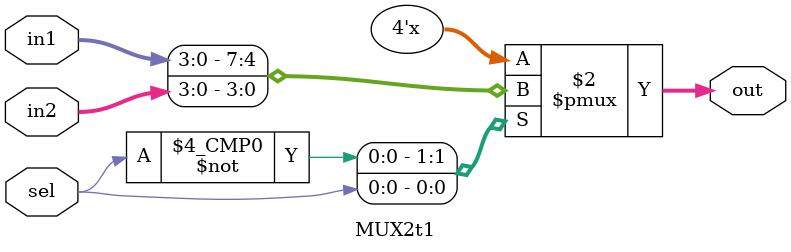
<source format=sv>
module MUX2t1 #(parameter DW = 4)(in1,in2,sel,out);
input logic [DW-1:0] in1, in2;
input logic sel;
output logic [DW-1:0] out;

always @(sel)
begin
out = {(DW){1'b0}};
case (sel)
	1'b0:	out = in1;

	1'b1:	out = in2;
	
	default: out = {(DW){1'b0}};

endcase
end
endmodule

</source>
